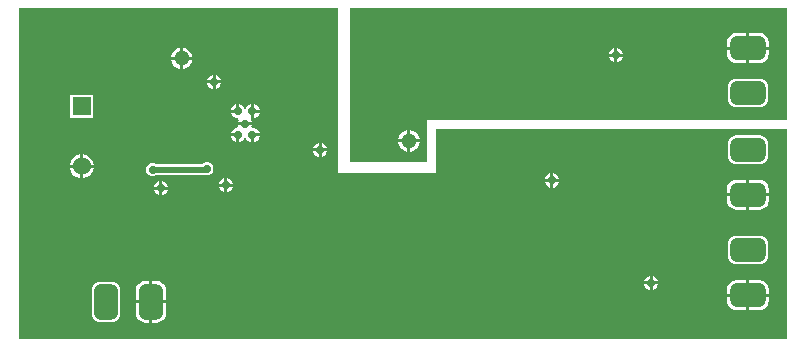
<source format=gbl>
G04*
G04 #@! TF.GenerationSoftware,Altium Limited,Altium Designer,22.10.1 (41)*
G04*
G04 Layer_Physical_Order=2*
G04 Layer_Color=16711680*
%FSLAX25Y25*%
%MOIN*%
G70*
G04*
G04 #@! TF.SameCoordinates,A819E35F-8E34-478A-8755-6B039836A8A6*
G04*
G04*
G04 #@! TF.FilePolarity,Positive*
G04*
G01*
G75*
%ADD42C,0.01968*%
%ADD47C,0.06000*%
%ADD48R,0.06000X0.06000*%
G04:AMPARAMS|DCode=49|XSize=78.74mil|YSize=118.11mil|CornerRadius=19.68mil|HoleSize=0mil|Usage=FLASHONLY|Rotation=90.000|XOffset=0mil|YOffset=0mil|HoleType=Round|Shape=RoundedRectangle|*
%AMROUNDEDRECTD49*
21,1,0.07874,0.07874,0,0,90.0*
21,1,0.03937,0.11811,0,0,90.0*
1,1,0.03937,0.03937,0.01968*
1,1,0.03937,0.03937,-0.01968*
1,1,0.03937,-0.03937,-0.01968*
1,1,0.03937,-0.03937,0.01968*
%
%ADD49ROUNDEDRECTD49*%
G04:AMPARAMS|DCode=50|XSize=78.74mil|YSize=118.11mil|CornerRadius=19.68mil|HoleSize=0mil|Usage=FLASHONLY|Rotation=0.000|XOffset=0mil|YOffset=0mil|HoleType=Round|Shape=RoundedRectangle|*
%AMROUNDEDRECTD50*
21,1,0.07874,0.07874,0,0,0.0*
21,1,0.03937,0.11811,0,0,0.0*
1,1,0.03937,0.01968,-0.03937*
1,1,0.03937,-0.01968,-0.03937*
1,1,0.03937,-0.01968,0.03937*
1,1,0.03937,0.01968,0.03937*
%
%ADD50ROUNDEDRECTD50*%
%ADD51C,0.02756*%
%ADD52C,0.05118*%
G36*
X259842Y76772D02*
X139764D01*
Y62992D01*
X114173D01*
Y114173D01*
X259842D01*
Y76772D01*
D02*
G37*
G36*
X110236Y59055D02*
X142717Y59055D01*
X142717Y73819D01*
X259842Y73819D01*
Y3937D01*
X3937D01*
Y114173D01*
X110236D01*
X110236Y59055D01*
D02*
G37*
%LPC*%
G36*
X250787Y105789D02*
X247350D01*
Y101327D01*
X253782D01*
Y102795D01*
X253679Y103570D01*
X253380Y104292D01*
X252905Y104912D01*
X252285Y105388D01*
X251562Y105687D01*
X250787Y105789D01*
D02*
G37*
G36*
X246350D02*
X242913D01*
X242138Y105687D01*
X241416Y105388D01*
X240796Y104912D01*
X240320Y104292D01*
X240021Y103570D01*
X239919Y102795D01*
Y101327D01*
X246350D01*
Y105789D01*
D02*
G37*
G36*
X203256Y100792D02*
Y98925D01*
X205123D01*
X204772Y99772D01*
X204103Y100441D01*
X203256Y100792D01*
D02*
G37*
G36*
X202256D02*
X201409Y100441D01*
X200740Y99772D01*
X200389Y98925D01*
X202256D01*
Y100792D01*
D02*
G37*
G36*
X205123Y97925D02*
X203256D01*
Y96058D01*
X204103Y96409D01*
X204772Y97078D01*
X205123Y97925D01*
D02*
G37*
G36*
X202256D02*
X200389D01*
X200740Y97078D01*
X201409Y96409D01*
X202256Y96058D01*
Y97925D01*
D02*
G37*
G36*
X253782Y100327D02*
X247350D01*
Y95864D01*
X250787D01*
X251562Y95966D01*
X252285Y96265D01*
X252905Y96741D01*
X253380Y97361D01*
X253679Y98083D01*
X253782Y98858D01*
Y100327D01*
D02*
G37*
G36*
X246350D02*
X239919D01*
Y98858D01*
X240021Y98083D01*
X240320Y97361D01*
X240796Y96741D01*
X241416Y96265D01*
X242138Y95966D01*
X242913Y95864D01*
X246350D01*
Y100327D01*
D02*
G37*
G36*
X250787Y90575D02*
X242913D01*
X242194Y90480D01*
X241524Y90202D01*
X240948Y89761D01*
X240506Y89185D01*
X240228Y88515D01*
X240134Y87795D01*
Y83858D01*
X240228Y83139D01*
X240506Y82468D01*
X240948Y81893D01*
X241524Y81451D01*
X242194Y81173D01*
X242913Y81079D01*
X250787D01*
X251507Y81173D01*
X252177Y81451D01*
X252753Y81893D01*
X253195Y82468D01*
X253472Y83139D01*
X253567Y83858D01*
Y87795D01*
X253472Y88515D01*
X253195Y89185D01*
X252753Y89761D01*
X252177Y90202D01*
X251507Y90480D01*
X250787Y90575D01*
D02*
G37*
G36*
X134358Y73432D02*
Y70382D01*
X137409D01*
X137175Y71256D01*
X136706Y72067D01*
X136044Y72730D01*
X135232Y73198D01*
X134358Y73432D01*
D02*
G37*
G36*
X133358D02*
X132484Y73198D01*
X131673Y72730D01*
X131010Y72067D01*
X130542Y71256D01*
X130308Y70382D01*
X133358D01*
Y73432D01*
D02*
G37*
G36*
X137409Y69382D02*
X134358D01*
Y66331D01*
X135232Y66565D01*
X136044Y67034D01*
X136706Y67697D01*
X137175Y68508D01*
X137409Y69382D01*
D02*
G37*
G36*
X133358D02*
X130308D01*
X130542Y68508D01*
X131010Y67697D01*
X131673Y67034D01*
X132484Y66565D01*
X133358Y66331D01*
Y69382D01*
D02*
G37*
G36*
X58571Y100992D02*
Y97941D01*
X61621D01*
X61387Y98815D01*
X60919Y99626D01*
X60256Y100289D01*
X59445Y100757D01*
X58571Y100992D01*
D02*
G37*
G36*
X57571D02*
X56697Y100757D01*
X55886Y100289D01*
X55223Y99626D01*
X54754Y98815D01*
X54520Y97941D01*
X57571D01*
Y100992D01*
D02*
G37*
G36*
X61621Y96941D02*
X58571D01*
Y93890D01*
X59445Y94124D01*
X60256Y94593D01*
X60919Y95256D01*
X61387Y96067D01*
X61621Y96941D01*
D02*
G37*
G36*
X57571D02*
X54520D01*
X54754Y96067D01*
X55223Y95256D01*
X55886Y94593D01*
X56697Y94124D01*
X57571Y93890D01*
Y96941D01*
D02*
G37*
G36*
X69398Y91934D02*
Y90067D01*
X71264D01*
X70914Y90914D01*
X70245Y91583D01*
X69398Y91934D01*
D02*
G37*
G36*
X68398D02*
X67551Y91583D01*
X66882Y90914D01*
X66531Y90067D01*
X68398D01*
Y91934D01*
D02*
G37*
G36*
X71264Y89067D02*
X69398D01*
Y87200D01*
X70245Y87551D01*
X70914Y88220D01*
X71264Y89067D01*
D02*
G37*
G36*
X68398D02*
X66531D01*
X66882Y88220D01*
X67551Y87551D01*
X68398Y87200D01*
Y89067D01*
D02*
G37*
G36*
X81193Y82091D02*
X80346Y81740D01*
X79677Y81071D01*
X79503Y80651D01*
X78962D01*
X78788Y81071D01*
X78119Y81740D01*
X77272Y82091D01*
Y79724D01*
X76772D01*
Y79224D01*
X74405D01*
X74756Y78377D01*
X75425Y77709D01*
X76299Y77346D01*
X76820D01*
X76944Y77176D01*
X77080Y76846D01*
X76767Y76091D01*
X81501D01*
X81181Y76863D01*
X81193Y76890D01*
Y79724D01*
Y82091D01*
D02*
G37*
G36*
X82193D02*
Y80224D01*
X84060D01*
X83709Y81071D01*
X83040Y81740D01*
X82193Y82091D01*
D02*
G37*
G36*
X76272D02*
X75425Y81740D01*
X74756Y81071D01*
X74405Y80224D01*
X76272D01*
Y82091D01*
D02*
G37*
G36*
X28591Y85205D02*
X21016D01*
Y77630D01*
X28591D01*
Y85205D01*
D02*
G37*
G36*
X84060Y79224D02*
X82193D01*
Y77358D01*
X83040Y77709D01*
X83709Y78377D01*
X84060Y79224D01*
D02*
G37*
G36*
Y71350D02*
X82193D01*
Y69484D01*
X83040Y69835D01*
X83709Y70503D01*
X84060Y71350D01*
D02*
G37*
G36*
X81501Y75090D02*
X76767D01*
X76917Y74728D01*
X76583Y74228D01*
X76299D01*
X75425Y73866D01*
X74756Y73197D01*
X74405Y72350D01*
X76772D01*
Y71850D01*
X77272D01*
Y69484D01*
X78119Y69835D01*
X78788Y70503D01*
X78962Y70924D01*
X79503D01*
X79677Y70503D01*
X80346Y69835D01*
X81193Y69484D01*
Y71850D01*
X81693D01*
Y72350D01*
X84060D01*
X83709Y73197D01*
X83040Y73866D01*
X82166Y74228D01*
X81685D01*
X81351Y74728D01*
X81501Y75090D01*
D02*
G37*
G36*
X76272Y71350D02*
X74405D01*
X74756Y70503D01*
X75425Y69835D01*
X76272Y69484D01*
Y71350D01*
D02*
G37*
G36*
X104831Y69296D02*
Y67429D01*
X106697D01*
X106347Y68276D01*
X105678Y68945D01*
X104831Y69296D01*
D02*
G37*
G36*
X103831D02*
X102984Y68945D01*
X102315Y68276D01*
X101964Y67429D01*
X103831D01*
Y69296D01*
D02*
G37*
G36*
X106697Y66429D02*
X104831D01*
Y64562D01*
X105678Y64913D01*
X106347Y65582D01*
X106697Y66429D01*
D02*
G37*
G36*
X103831D02*
X101964D01*
X102315Y65582D01*
X102984Y64913D01*
X103831Y64562D01*
Y66429D01*
D02*
G37*
G36*
X250787Y71697D02*
X242913D01*
X242194Y71602D01*
X241524Y71325D01*
X240948Y70883D01*
X240506Y70307D01*
X240228Y69637D01*
X240134Y68917D01*
Y64980D01*
X240228Y64261D01*
X240506Y63591D01*
X240948Y63015D01*
X241524Y62573D01*
X242194Y62295D01*
X242913Y62201D01*
X250787D01*
X251507Y62295D01*
X252177Y62573D01*
X252753Y63015D01*
X253195Y63591D01*
X253472Y64261D01*
X253567Y64980D01*
Y68917D01*
X253472Y69637D01*
X253195Y70307D01*
X252753Y70883D01*
X252177Y71325D01*
X251507Y71602D01*
X250787Y71697D01*
D02*
G37*
G36*
X66966Y62795D02*
X66105D01*
X65309Y62466D01*
X64886Y62043D01*
X49681D01*
X49652Y62072D01*
X48856Y62402D01*
X47995D01*
X47199Y62072D01*
X46589Y61463D01*
X46260Y60667D01*
Y59806D01*
X46589Y59010D01*
X47199Y58400D01*
X47995Y58071D01*
X48856D01*
X49652Y58400D01*
X49681Y58430D01*
X65929D01*
X66104Y58465D01*
X66105Y58465D01*
X66966D01*
X67762Y58794D01*
X68371Y59403D01*
X68701Y60199D01*
Y61061D01*
X68371Y61857D01*
X67762Y62466D01*
X66966Y62795D01*
D02*
G37*
G36*
X25330Y65417D02*
X25303D01*
Y61917D01*
X28803D01*
Y61944D01*
X28531Y62961D01*
X28004Y63873D01*
X27259Y64618D01*
X26347Y65145D01*
X25330Y65417D01*
D02*
G37*
G36*
X24303D02*
X24277D01*
X23259Y65145D01*
X22347Y64618D01*
X21602Y63873D01*
X21076Y62961D01*
X20803Y61944D01*
Y61917D01*
X24303D01*
Y65417D01*
D02*
G37*
G36*
X28803Y60917D02*
X25303D01*
Y57417D01*
X25330D01*
X26347Y57690D01*
X27259Y58217D01*
X28004Y58961D01*
X28531Y59873D01*
X28803Y60891D01*
Y60917D01*
D02*
G37*
G36*
X24303D02*
X20803D01*
Y60891D01*
X21076Y59873D01*
X21602Y58961D01*
X22347Y58217D01*
X23259Y57690D01*
X24277Y57417D01*
X24303D01*
Y60917D01*
D02*
G37*
G36*
X181996Y59060D02*
Y57193D01*
X183863D01*
X183512Y58040D01*
X182843Y58709D01*
X181996Y59060D01*
D02*
G37*
G36*
X180996D02*
X180149Y58709D01*
X179480Y58040D01*
X179129Y57193D01*
X180996D01*
Y59060D01*
D02*
G37*
G36*
X73335Y57485D02*
Y55618D01*
X75201D01*
X74851Y56465D01*
X74182Y57134D01*
X73335Y57485D01*
D02*
G37*
G36*
X72335D02*
X71488Y57134D01*
X70819Y56465D01*
X70468Y55618D01*
X72335D01*
Y57485D01*
D02*
G37*
G36*
X51681Y56501D02*
Y54634D01*
X53548D01*
X53197Y55481D01*
X52528Y56150D01*
X51681Y56501D01*
D02*
G37*
G36*
X50681D02*
X49834Y56150D01*
X49165Y55481D01*
X48814Y54634D01*
X50681D01*
Y56501D01*
D02*
G37*
G36*
X183863Y56193D02*
X181996D01*
Y54326D01*
X182843Y54677D01*
X183512Y55346D01*
X183863Y56193D01*
D02*
G37*
G36*
X180996D02*
X179129D01*
X179480Y55346D01*
X180149Y54677D01*
X180996Y54326D01*
Y56193D01*
D02*
G37*
G36*
X75201Y54618D02*
X73335D01*
Y52751D01*
X74182Y53102D01*
X74851Y53771D01*
X75201Y54618D01*
D02*
G37*
G36*
X72335D02*
X70468D01*
X70819Y53771D01*
X71488Y53102D01*
X72335Y52751D01*
Y54618D01*
D02*
G37*
G36*
X250787Y56911D02*
X247350D01*
Y52449D01*
X253782D01*
Y53917D01*
X253679Y54692D01*
X253380Y55414D01*
X252905Y56034D01*
X252285Y56510D01*
X251562Y56809D01*
X250787Y56911D01*
D02*
G37*
G36*
X246350D02*
X242913D01*
X242138Y56809D01*
X241416Y56510D01*
X240796Y56034D01*
X240320Y55414D01*
X240021Y54692D01*
X239919Y53917D01*
Y52449D01*
X246350D01*
Y56911D01*
D02*
G37*
G36*
X53548Y53634D02*
X51681D01*
Y51767D01*
X52528Y52118D01*
X53197Y52787D01*
X53548Y53634D01*
D02*
G37*
G36*
X50681D02*
X48814D01*
X49165Y52787D01*
X49834Y52118D01*
X50681Y51767D01*
Y53634D01*
D02*
G37*
G36*
X253782Y51449D02*
X247350D01*
Y46986D01*
X250787D01*
X251562Y47088D01*
X252285Y47387D01*
X252905Y47863D01*
X253380Y48483D01*
X253679Y49205D01*
X253782Y49980D01*
Y51449D01*
D02*
G37*
G36*
X246350D02*
X239919D01*
Y49980D01*
X240021Y49205D01*
X240320Y48483D01*
X240796Y47863D01*
X241416Y47387D01*
X242138Y47088D01*
X242913Y46986D01*
X246350D01*
Y51449D01*
D02*
G37*
G36*
X250787Y38232D02*
X242913D01*
X242194Y38138D01*
X241524Y37860D01*
X240948Y37418D01*
X240506Y36843D01*
X240228Y36172D01*
X240134Y35453D01*
Y31516D01*
X240228Y30796D01*
X240506Y30126D01*
X240948Y29550D01*
X241524Y29109D01*
X242194Y28831D01*
X242913Y28736D01*
X250787D01*
X251507Y28831D01*
X252177Y29109D01*
X252753Y29550D01*
X253195Y30126D01*
X253472Y30796D01*
X253567Y31516D01*
Y35453D01*
X253472Y36172D01*
X253195Y36843D01*
X252753Y37418D01*
X252177Y37860D01*
X251507Y38138D01*
X250787Y38232D01*
D02*
G37*
G36*
X215067Y25005D02*
Y23138D01*
X216934D01*
X216583Y23985D01*
X215914Y24654D01*
X215067Y25005D01*
D02*
G37*
G36*
X214067D02*
X213220Y24654D01*
X212551Y23985D01*
X212200Y23138D01*
X214067D01*
Y25005D01*
D02*
G37*
G36*
X216934Y22138D02*
X215067D01*
Y20271D01*
X215914Y20622D01*
X216583Y21291D01*
X216934Y22138D01*
D02*
G37*
G36*
X214067D02*
X212200D01*
X212551Y21291D01*
X213220Y20622D01*
X214067Y20271D01*
Y22138D01*
D02*
G37*
G36*
X250787Y23447D02*
X247350D01*
Y18984D01*
X253782D01*
Y20453D01*
X253679Y21228D01*
X253380Y21950D01*
X252905Y22570D01*
X252285Y23046D01*
X251562Y23345D01*
X250787Y23447D01*
D02*
G37*
G36*
X246350D02*
X242913D01*
X242138Y23345D01*
X241416Y23046D01*
X240796Y22570D01*
X240320Y21950D01*
X240021Y21228D01*
X239919Y20453D01*
Y18984D01*
X246350D01*
Y23447D01*
D02*
G37*
G36*
X49823Y23179D02*
X48354D01*
Y16748D01*
X52817D01*
Y20185D01*
X52715Y20960D01*
X52416Y21682D01*
X51940Y22302D01*
X51320Y22778D01*
X50598Y23077D01*
X49823Y23179D01*
D02*
G37*
G36*
X47354D02*
X45886D01*
X45111Y23077D01*
X44389Y22778D01*
X43769Y22302D01*
X43293Y21682D01*
X42994Y20960D01*
X42892Y20185D01*
Y16748D01*
X47354D01*
Y23179D01*
D02*
G37*
G36*
X253782Y17984D02*
X247350D01*
Y13522D01*
X250787D01*
X251562Y13624D01*
X252285Y13923D01*
X252905Y14399D01*
X253380Y15019D01*
X253679Y15741D01*
X253782Y16516D01*
Y17984D01*
D02*
G37*
G36*
X246350D02*
X239919D01*
Y16516D01*
X240021Y15741D01*
X240320Y15019D01*
X240796Y14399D01*
X241416Y13923D01*
X242138Y13624D01*
X242913Y13522D01*
X246350D01*
Y17984D01*
D02*
G37*
G36*
X34823Y22965D02*
X30886D01*
X30166Y22870D01*
X29496Y22592D01*
X28920Y22151D01*
X28479Y21575D01*
X28201Y20904D01*
X28106Y20185D01*
Y12311D01*
X28201Y11592D01*
X28479Y10921D01*
X28920Y10345D01*
X29496Y9904D01*
X30166Y9626D01*
X30886Y9531D01*
X34823D01*
X35542Y9626D01*
X36213Y9904D01*
X36788Y10345D01*
X37230Y10921D01*
X37508Y11592D01*
X37602Y12311D01*
Y20185D01*
X37508Y20904D01*
X37230Y21575D01*
X36788Y22151D01*
X36213Y22592D01*
X35542Y22870D01*
X34823Y22965D01*
D02*
G37*
G36*
X52817Y15748D02*
X48354D01*
Y9317D01*
X49823D01*
X50598Y9419D01*
X51320Y9718D01*
X51940Y10194D01*
X52416Y10814D01*
X52715Y11536D01*
X52817Y12311D01*
Y15748D01*
D02*
G37*
G36*
X47354D02*
X42892D01*
Y12311D01*
X42994Y11536D01*
X43293Y10814D01*
X43769Y10194D01*
X44389Y9718D01*
X45111Y9419D01*
X45886Y9317D01*
X47354D01*
Y15748D01*
D02*
G37*
%LPD*%
D42*
X65929Y60236D02*
X66322Y60630D01*
X48425Y60236D02*
X65929D01*
X66322Y60630D02*
X66535D01*
D47*
X24803Y61417D02*
D03*
D48*
Y81417D02*
D03*
D49*
X246850Y100827D02*
D03*
Y85827D02*
D03*
Y18484D02*
D03*
Y33484D02*
D03*
Y51949D02*
D03*
Y66949D02*
D03*
D50*
X47854Y16248D02*
D03*
X32854D02*
D03*
D51*
X181496Y56693D02*
D03*
X72835Y55118D02*
D03*
X51181Y54134D02*
D03*
X104331Y66929D02*
D03*
X214567Y22638D02*
D03*
X202756Y98425D02*
D03*
X76772Y79724D02*
D03*
Y71850D02*
D03*
X81693D02*
D03*
Y79724D02*
D03*
X79134Y75590D02*
D03*
X68898Y89567D02*
D03*
X66535Y60630D02*
D03*
X48425Y60236D02*
D03*
D52*
X133858Y69882D02*
D03*
X58071Y97441D02*
D03*
M02*

</source>
